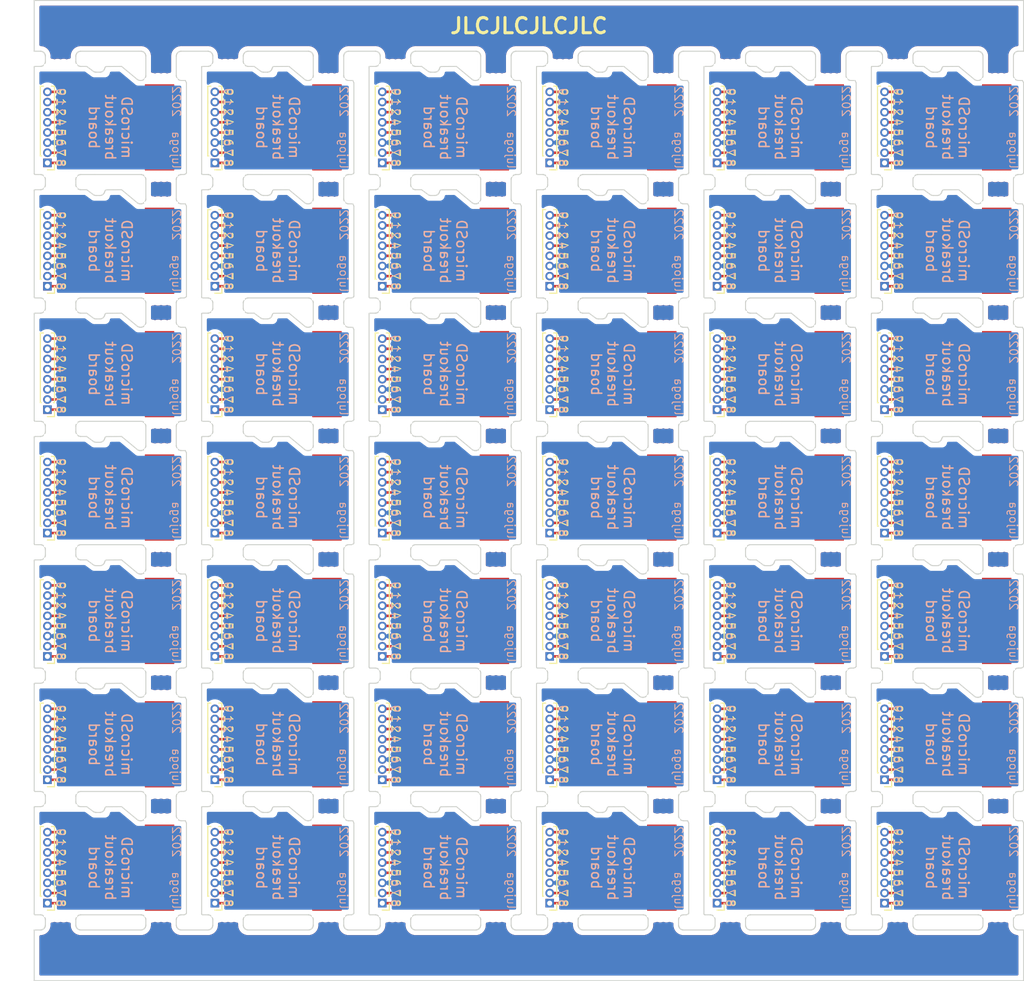
<source format=kicad_pcb>
(kicad_pcb (version 20211014) (generator pcbnew)

  (general
    (thickness 0.8)
  )

  (paper "A4")
  (layers
    (0 "F.Cu" signal)
    (31 "B.Cu" signal)
    (36 "B.SilkS" user "B.Silkscreen")
    (37 "F.SilkS" user "F.Silkscreen")
    (38 "B.Mask" user)
    (39 "F.Mask" user)
    (40 "Dwgs.User" user "User.Drawings")
    (41 "Cmts.User" user "User.Comments")
    (42 "Eco1.User" user "User.Eco1")
    (43 "Eco2.User" user "User.Eco2")
    (44 "Edge.Cuts" user)
    (45 "Margin" user)
    (46 "B.CrtYd" user "B.Courtyard")
    (47 "F.CrtYd" user "F.Courtyard")
    (49 "F.Fab" user)
  )

  (setup
    (stackup
      (layer "F.SilkS" (type "Top Silk Screen") (color "White"))
      (layer "F.Mask" (type "Top Solder Mask") (color "Purple") (thickness 0.01))
      (layer "F.Cu" (type "copper") (thickness 0.035))
      (layer "dielectric 1" (type "core") (thickness 0.71) (material "FR4") (epsilon_r 4.5) (loss_tangent 0.02))
      (layer "B.Cu" (type "copper") (thickness 0.035))
      (layer "B.Mask" (type "Bottom Solder Mask") (color "Purple") (thickness 0.01))
      (layer "B.SilkS" (type "Bottom Silk Screen") (color "White"))
      (copper_finish "ENIG")
      (dielectric_constraints no)
    )
    (pad_to_mask_clearance 0)
    (pcbplotparams
      (layerselection 0x00010fc_ffffffff)
      (disableapertmacros false)
      (usegerberextensions false)
      (usegerberattributes true)
      (usegerberadvancedattributes true)
      (creategerberjobfile true)
      (svguseinch false)
      (svgprecision 6)
      (excludeedgelayer true)
      (plotframeref false)
      (viasonmask false)
      (mode 1)
      (useauxorigin false)
      (hpglpennumber 1)
      (hpglpenspeed 20)
      (hpglpendiameter 15.000000)
      (dxfpolygonmode true)
      (dxfimperialunits true)
      (dxfusepcbnewfont true)
      (psnegative false)
      (psa4output false)
      (plotreference true)
      (plotvalue true)
      (plotinvisibletext false)
      (sketchpadsonfab false)
      (subtractmaskfromsilk false)
      (outputformat 1)
      (mirror false)
      (drillshape 1)
      (scaleselection 1)
      (outputdirectory "")
    )
  )

  (net 0 "")
  (net 1 "Board_0-Net-(J1-Pad1)")
  (net 2 "Board_0-Net-(J1-Pad2)")
  (net 3 "Board_0-Net-(J1-Pad3)")
  (net 4 "Board_0-Net-(J1-Pad4)")
  (net 5 "Board_0-Net-(J1-Pad5)")
  (net 6 "Board_0-Net-(J1-Pad6)")
  (net 7 "Board_0-Net-(J1-Pad7)")
  (net 8 "Board_0-Net-(J1-Pad8)")
  (net 9 "Board_1-Net-(J1-Pad1)")
  (net 10 "Board_1-Net-(J1-Pad2)")
  (net 11 "Board_1-Net-(J1-Pad3)")
  (net 12 "Board_1-Net-(J1-Pad4)")
  (net 13 "Board_1-Net-(J1-Pad5)")
  (net 14 "Board_1-Net-(J1-Pad6)")
  (net 15 "Board_1-Net-(J1-Pad7)")
  (net 16 "Board_1-Net-(J1-Pad8)")
  (net 17 "Board_2-Net-(J1-Pad1)")
  (net 18 "Board_2-Net-(J1-Pad2)")
  (net 19 "Board_2-Net-(J1-Pad3)")
  (net 20 "Board_2-Net-(J1-Pad4)")
  (net 21 "Board_2-Net-(J1-Pad5)")
  (net 22 "Board_2-Net-(J1-Pad6)")
  (net 23 "Board_2-Net-(J1-Pad7)")
  (net 24 "Board_2-Net-(J1-Pad8)")
  (net 25 "Board_3-Net-(J1-Pad1)")
  (net 26 "Board_3-Net-(J1-Pad2)")
  (net 27 "Board_3-Net-(J1-Pad3)")
  (net 28 "Board_3-Net-(J1-Pad4)")
  (net 29 "Board_3-Net-(J1-Pad5)")
  (net 30 "Board_3-Net-(J1-Pad6)")
  (net 31 "Board_3-Net-(J1-Pad7)")
  (net 32 "Board_3-Net-(J1-Pad8)")
  (net 33 "Board_4-Net-(J1-Pad1)")
  (net 34 "Board_4-Net-(J1-Pad2)")
  (net 35 "Board_4-Net-(J1-Pad3)")
  (net 36 "Board_4-Net-(J1-Pad4)")
  (net 37 "Board_4-Net-(J1-Pad5)")
  (net 38 "Board_4-Net-(J1-Pad6)")
  (net 39 "Board_4-Net-(J1-Pad7)")
  (net 40 "Board_4-Net-(J1-Pad8)")
  (net 41 "Board_5-Net-(J1-Pad1)")
  (net 42 "Board_5-Net-(J1-Pad2)")
  (net 43 "Board_5-Net-(J1-Pad3)")
  (net 44 "Board_5-Net-(J1-Pad4)")
  (net 45 "Board_5-Net-(J1-Pad5)")
  (net 46 "Board_5-Net-(J1-Pad6)")
  (net 47 "Board_5-Net-(J1-Pad7)")
  (net 48 "Board_5-Net-(J1-Pad8)")
  (net 49 "Board_6-Net-(J1-Pad1)")
  (net 50 "Board_6-Net-(J1-Pad2)")
  (net 51 "Board_6-Net-(J1-Pad3)")
  (net 52 "Board_6-Net-(J1-Pad4)")
  (net 53 "Board_6-Net-(J1-Pad5)")
  (net 54 "Board_6-Net-(J1-Pad6)")
  (net 55 "Board_6-Net-(J1-Pad7)")
  (net 56 "Board_6-Net-(J1-Pad8)")
  (net 57 "Board_7-Net-(J1-Pad1)")
  (net 58 "Board_7-Net-(J1-Pad2)")
  (net 59 "Board_7-Net-(J1-Pad3)")
  (net 60 "Board_7-Net-(J1-Pad4)")
  (net 61 "Board_7-Net-(J1-Pad5)")
  (net 62 "Board_7-Net-(J1-Pad6)")
  (net 63 "Board_7-Net-(J1-Pad7)")
  (net 64 "Board_7-Net-(J1-Pad8)")
  (net 65 "Board_8-Net-(J1-Pad1)")
  (net 66 "Board_8-Net-(J1-Pad2)")
  (net 67 "Board_8-Net-(J1-Pad3)")
  (net 68 "Board_8-Net-(J1-Pad4)")
  (net 69 "Board_8-Net-(J1-Pad5)")
  (net 70 "Board_8-Net-(J1-Pad6)")
  (net 71 "Board_8-Net-(J1-Pad7)")
  (net 72 "Board_8-Net-(J1-Pad8)")
  (net 73 "Board_9-Net-(J1-Pad1)")
  (net 74 "Board_9-Net-(J1-Pad2)")
  (net 75 "Board_9-Net-(J1-Pad3)")
  (net 76 "Board_9-Net-(J1-Pad4)")
  (net 77 "Board_9-Net-(J1-Pad5)")
  (net 78 "Board_9-Net-(J1-Pad6)")
  (net 79 "Board_9-Net-(J1-Pad7)")
  (net 80 "Board_9-Net-(J1-Pad8)")
  (net 81 "Board_10-Net-(J1-Pad1)")
  (net 82 "Board_10-Net-(J1-Pad2)")
  (net 83 "Board_10-Net-(J1-Pad3)")
  (net 84 "Board_10-Net-(J1-Pad4)")
  (net 85 "Board_10-Net-(J1-Pad5)")
  (net 86 "Board_10-Net-(J1-Pad6)")
  (net 87 "Board_10-Net-(J1-Pad7)")
  (net 88 "Board_10-Net-(J1-Pad8)")
  (net 89 "Board_11-Net-(J1-Pad1)")
  (net 90 "Board_11-Net-(J1-Pad2)")
  (net 91 "Board_11-Net-(J1-Pad3)")
  (net 92 "Board_11-Net-(J1-Pad4)")
  (net 93 "Board_11-Net-(J1-Pad5)")
  (net 94 "Board_11-Net-(J1-Pad6)")
  (net 95 "Board_11-Net-(J1-Pad7)")
  (net 96 "Board_11-Net-(J1-Pad8)")
  (net 97 "Board_12-Net-(J1-Pad1)")
  (net 98 "Board_12-Net-(J1-Pad2)")
  (net 99 "Board_12-Net-(J1-Pad3)")
  (net 100 "Board_12-Net-(J1-Pad4)")
  (net 101 "Board_12-Net-(J1-Pad5)")
  (net 102 "Board_12-Net-(J1-Pad6)")
  (net 103 "Board_12-Net-(J1-Pad7)")
  (net 104 "Board_12-Net-(J1-Pad8)")
  (net 105 "Board_13-Net-(J1-Pad1)")
  (net 106 "Board_13-Net-(J1-Pad2)")
  (net 107 "Board_13-Net-(J1-Pad3)")
  (net 108 "Board_13-Net-(J1-Pad4)")
  (net 109 "Board_13-Net-(J1-Pad5)")
  (net 110 "Board_13-Net-(J1-Pad6)")
  (net 111 "Board_13-Net-(J1-Pad7)")
  (net 112 "Board_13-Net-(J1-Pad8)")
  (net 113 "Board_14-Net-(J1-Pad1)")
  (net 114 "Board_14-Net-(J1-Pad2)")
  (net 115 "Board_14-Net-(J1-Pad3)")
  (net 116 "Board_14-Net-(J1-Pad4)")
  (net 117 "Board_14-Net-(J1-Pad5)")
  (net 118 "Board_14-Net-(J1-Pad6)")
  (net 119 "Board_14-Net-(J1-Pad7)")
  (net 120 "Board_14-Net-(J1-Pad8)")
  (net 121 "Board_15-Net-(J1-Pad1)")
  (net 122 "Board_15-Net-(J1-Pad2)")
  (net 123 "Board_15-Net-(J1-Pad3)")
  (net 124 "Board_15-Net-(J1-Pad4)")
  (net 125 "Board_15-Net-(J1-Pad5)")
  (net 126 "Board_15-Net-(J1-Pad6)")
  (net 127 "Board_15-Net-(J1-Pad7)")
  (net 128 "Board_15-Net-(J1-Pad8)")
  (net 129 "Board_16-Net-(J1-Pad1)")
  (net 130 "Board_16-Net-(J1-Pad2)")
  (net 131 "Board_16-Net-(J1-Pad3)")
  (net 132 "Board_16-Net-(J1-Pad4)")
  (net 133 "Board_16-Net-(J1-Pad5)")
  (net 134 "Board_16-Net-(J1-Pad6)")
  (net 135 "Board_16-Net-(J1-Pad7)")
  (net 136 "Board_16-Net-(J1-Pad8)")
  (net 137 "Board_17-Net-(J1-Pad1)")
  (net 138 "Board_17-Net-(J1-Pad2)")
  (net 139 "Board_17-Net-(J1-Pad3)")
  (net 140 "Board_17-Net-(J1-Pad4)")
  (net 141 "Board_17-Net-(J1-Pad5)")
  (net 142 "Board_17-Net-(J1-Pad6)")
  (net 143 "Board_17-Net-(J1-Pad7)")
  (net 144 "Board_17-Net-(J1-Pad8)")
  (net 145 "Board_18-Net-(J1-Pad1)")
  (net 146 "Board_18-Net-(J1-Pad2)")
  (net 147 "Board_18-Net-(J1-Pad3)")
  (net 148 "Board_18-Net-(J1-Pad4)")
  (net 149 "Board_18-Net-(J1-Pad5)")
  (net 150 "Board_18-Net-(J1-Pad6)")
  (net 151 "Board_18-Net-(J1-Pad7)")
  (net 152 "Board_18-Net-(J1-Pad8)")
  (net 153 "Board_19-Net-(J1-Pad1)")
  (net 154 "Board_19-Net-(J1-Pad2)")
  (net 155 "Board_19-Net-(J1-Pad3)")
  (net 156 "Board_19-Net-(J1-Pad4)")
  (net 157 "Board_19-Net-(J1-Pad5)")
  (net 158 "Board_19-Net-(J1-Pad6)")
  (net 159 "Board_19-Net-(J1-Pad7)")
  (net 160 "Board_19-Net-(J1-Pad8)")
  (net 161 "Board_20-Net-(J1-Pad1)")
  (net 162 "Board_20-Net-(J1-Pad2)")
  (net 163 "Board_20-Net-(J1-Pad3)")
  (net 164 "Board_20-Net-(J1-Pad4)")
  (net 165 "Board_20-Net-(J1-Pad5)")
  (net 166 "Board_20-Net-(J1-Pad6)")
  (net 167 "Board_20-Net-(J1-Pad7)")
  (net 168 "Board_20-Net-(J1-Pad8)")
  (net 169 "Board_21-Net-(J1-Pad1)")
  (net 170 "Board_21-Net-(J1-Pad2)")
  (net 171 "Board_21-Net-(J1-Pad3)")
  (net 172 "Board_21-Net-(J1-Pad4)")
  (net 173 "Board_21-Net-(J1-Pad5)")
  (net 174 "Board_21-Net-(J1-Pad6)")
  (net 175 "Board_21-Net-(J1-Pad7)")
  (net 176 "Board_21-Net-(J1-Pad8)")
  (net 177 "Board_22-Net-(J1-Pad1)")
  (net 178 "Board_22-Net-(J1-Pad2)")
  (net 179 "Board_22-Net-(J1-Pad3)")
  (net 180 "Board_22-Net-(J1-Pad4)")
  (net 181 "Board_22-Net-(J1-Pad5)")
  (net 182 "Board_22-Net-(J1-Pad6)")
  (net 183 "Board_22-Net-(J1-Pad7)")
  (net 184 "Board_22-Net-(J1-Pad8)")
  (net 185 "Board_23-Net-(J1-Pad1)")
  (net 186 "Board_23-Net-(J1-Pad2)")
  (net 187 "Board_23-Net-(J1-Pad3)")
  (net 188 "Board_23-Net-(J1-Pad4)")
  (net 189 "Board_23-Net-(J1-Pad5)")
  (net 190 "Board_23-Net-(J1-Pad6)")
  (net 191 "Board_23-Net-(J1-Pad7)")
  (net 192 "Board_23-Net-(J1-Pad8)")
  (net 193 "Board_24-Net-(J1-Pad1)")
  (net 194 "Board_24-Net-(J1-Pad2)")
  (net 195 "Board_24-Net-(J1-Pad3)")
  (net 196 "Board_24-Net-(J1-Pad4)")
  (net 197 "Board_24-Net-(J1-Pad5)")
  (net 198 "Board_24-Net-(J1-Pad6)")
  (net 199 "Board_24-Net-(J1-Pad7)")
  (net 200 "Board_24-Net-(J1-Pad8)")
  (net 201 "Board_25-Net-(J1-Pad1)")
  (net 202 "Board_25-Net-(J1-Pad2)")
  (net 203 "Board_25-Net-(J1-Pad3)")
  (net 204 "Board_25-Net-(J1-Pad4)")
  (net 205 "Board_25-Net-(J1-Pad5)")
  (net 206 "Board_25-Net-(J1-Pad6)")
  (net 207 "Board_25-Net-(J1-Pad7)")
  (net 208 "Board_25-Net-(J1-Pad8)")
  (net 209 "Board_26-Net-(J1-Pad1)")
  (net 210 "Board_26-Net-(J1-Pad2)")
  (net 211 "Board_26-Net-(J1-Pad3)")
  (net 212 "Board_26-Net-(J1-Pad4)")
  (net 213 "Board_26-Net-(J1-Pad5)")
  (net 214 "Board_26-Net-(J1-Pad6)")
  (net 215 "Board_26-Net-(J1-Pad7)")
  (net 216 "Board_26-Net-(J1-Pad8)")
  (net 217 "Board_27-Net-(J1-Pad1)")
  (net 218 "Board_27-Net-(J1-Pad2)")
  (net 219 "Board_27-Net-(J1-Pad3)")
  (net 220 "Board_27-Net-(J1-Pad4)")
  (net 221 "Board_27-Net-(J1-Pad5)")
  (net 222 "Board_27-Net-(J1-Pad6)")
  (net 223 "Board_27-Net-(J1-Pad7)")
  (net 224 "Board_27-Net-(J1-Pad8)")
  (net 225 "Board_28-Net-(J1-Pad1)")
  (net 226 "Board_28-Net-(J1-Pad2)")
  (net 227 "Board_28-Net-(J1-Pad3)")
  (net 228 "Board_28-Net-(J1-Pad4)")
  (net 229 "Board_28-Net-(J1-Pad5)")
  (net 230 "Board_28-Net-(J1-Pad6)")
  (net 231 "Board_28-Net-(J1-Pad7)")
  (net 232 "Board_28-Net-(J1-Pad8)")
  (net 233 "Board_29-Net-(J1-Pad1)")
  (net 234 "Board_29-Net-(J1-Pad2)")
  (net 235 "Board_29-Net-(J1-Pad3)")
  (net 236 "Board_29-Net-(J1-Pad4)")
  (net 237 "Board_29-Net-(J1-Pad5)")
  (net 238 "Board_29-Net-(J1-Pad6)")
  (net 239 "Board_29-Net-(J1-Pad7)")
  (net 240 "Board_29-Net-(J1-Pad8)")
  (net 241 "Board_30-Net-(J1-Pad1)")
  (net 242 "Board_30-Net-(J1-Pad2)")
  (net 243 "Board_30-Net-(J1-Pad3)")
  (net 244 "Board_30-Net-(J1-Pad4)")
  (net 245 "Board_30-Net-(J1-Pad5)")
  (net 246 "Board_30-Net-(J1-Pad6)")
  (net 247 "Board_30-Net-(J1-Pad7)")
  (net 248 "Board_30-Net-(J1-Pad8)")
  (net 249 "Board_31-Net-(J1-Pad1)")
  (net 250 "Board_31-Net-(J1-Pad2)")
  (net 251 "Board_31-Net-(J1-Pad3)")
  (net 252 "Board_31-Net-(J1-Pad4)")
  (net 253 "Board_31-Net-(J1-Pad5)")
  (net 254 "Board_31-Net-(J1-Pad6)")
  (net 255 "Board_31-Net-(J1-Pad7)")
  (net 256 "Board_31-Net-(J1-Pad8)")
  (net 257 "Board_32-Net-(J1-Pad1)")
  (net 258 "Board_32-Net-(J1-Pad2)")
  (net 259 "Board_32-Net-(J1-Pad3)")
  (net 260 "Board_32-Net-(J1-Pad4)")
  (net 261 "Board_32-Net-(J1-Pad5)")
  (net 262 "Board_32-Net-(J1-Pad6)")
  (net 263 "Board_32-Net-(J1-Pad7)")
  (net 264 "Board_32-Net-(J1-Pad8)")
  (net 265 "Board_33-Net-(J1-Pad1)")
  (net 266 "Board_33-Net-(J1-Pad2)")
  (net 267 "Board_33-Net-(J1-Pad3)")
  (net 268 "Board_33-Net-(J1-Pad4)")
  (net 269 "Board_33-Net-(J1-Pad5)")
  (net 270 "Board_33-Net-(J1-Pad6)")
  (net 271 "Board_33-Net-(J1-Pad7)")
  (net 272 "Board_33-Net-(J1-Pad8)")
  (net 273 "Board_34-Net-(J1-Pad1)")
  (net 274 "Board_34-Net-(J1-Pad2)")
  (net 275 "Board_34-Net-(J1-Pad3)")
  (net 276 "Board_34-Net-(J1-Pad4)")
  (net 277 "Board_34-Net-(J1-Pad5)")
  (net 278 "Board_34-Net-(J1-Pad6)")
  (net 279 "Board_34-Net-(J1-Pad7)")
  (net 280 "Board_34-Net-(J1-Pad8)")
  (net 281 "Board_35-Net-(J1-Pad1)")
  (net 282 "Board_35-Net-(J1-Pad2)")
  (net 283 "Board_35-Net-(J1-Pad3)")
  (net 284 "Board_35-Net-(J1-Pad4)")
  (net 285 "Board_35-Net-(J1-Pad5)")
  (net 286 "Board_35-Net-(J1-Pad6)")
  (net 287 "Board_35-Net-(J1-Pad7)")
  (net 288 "Board_35-Net-(J1-Pad8)")
  (net 289 "Board_36-Net-(J1-Pad1)")
  (net 290 "Board_36-Net-(J1-Pad2)")
  (net 291 "Board_36-Net-(J1-Pad3)")
  (net 292 "Board_36-Net-(J1-Pad4)")
  (net 293 "Board_36-Net-(J1-Pad5)")
  (net 294 "Board_36-Net-(J1-Pad6)")
  (net 295 "Board_36-Net-(J1-Pad7)")
  (net 296 "Board_36-Net-(J1-Pad8)")
  (net 297 "Board_37-Net-(J1-Pad1)")
  (net 298 "Board_37-Net-(J1-Pad2)")
  (net 299 "Board_37-Net-(J1-Pad3)")
  (net 300 "Board_37-Net-(J1-Pad4)")
  (net 301 "Board_37-Net-(J1-Pad5)")
  (net 302 "Board_37-Net-(J1-Pad6)")
  (net 303 "Board_37-Net-(J1-Pad7)")
  (net 304 "Board_37-Net-(J1-Pad8)")
  (net 305 "Board_38-Net-(J1-Pad1)")
  (net 306 "Board_38-Net-(J1-Pad2)")
  (net 307 "Board_38-Net-(J1-Pad3)")
  (net 308 "Board_38-Net-(J1-Pad4)")
  (net 309 "Board_38-Net-(J1-Pad5)")
  (net 310 "Board_38-Net-(J1-Pad6)")
  (net 311 "Board_38-Net-(J1-Pad7)")
  (net 312 "Board_38-Net-(J1-Pad8)")
  (net 313 "Board_39-Net-(J1-Pad1)")
  (net 314 "Board_39-Net-(J1-Pad2)")
  (net 315 "Board_39-Net-(J1-Pad3)")
  (net 316 "Board_39-Net-(J1-Pad4)")
  (net 317 "Board_39-Net-(J1-Pad5)")
  (net 318 "Board_39-Net-(J1-Pad6)")
  (net 319 "Board_39-Net-(J1-Pad7)")
  (net 320 "Board_39-Net-(J1-Pad8)")
  (net 321 "Board_40-Net-(J1-Pad1)")
  (net 322 "Board_40-Net-(J1-Pad2)")
  (net 323 "Board_40-Net-(J1-Pad3)")
  (net 324 "Board_40-Net-(J1-Pad4)")
  (net 325 "Board_40-Net-(J1-Pad5)")
  (net 326 "Board_40-Net-(J1-Pad6)")
  (net 327 "Board_40-Net-(J1-Pad7)")
  (net 328 "Board_40-Net-(J1-Pad8)")
  (net 329 "Board_41-Net-(J1-Pad1)")
  (net 330 "Board_41-Net-(J1-Pad2)")
  (net 331 "Board_41-Net-(J1-Pad3)")
  (net 332 "Board_41-Net-(J1-Pad4)")
  (net 333 "Board_41-Net-(J1-Pad5)")
  (net 334 "Board_41-Net-(J1-Pad6)")
  (net 335 "Board_41-Net-(J1-Pad7)")
  (net 336 "Board_41-Net-(J1-Pad8)")

  (footprint "NPTH" (layer "F.Cu") (at 111.400091 116.259))

  (footprint "NPTH" (layer "F.Cu") (at 79.000039 91.929))

  (footprint "NPTH" (layer "F.Cu") (at 103.000065 104.089))

  (footprint "NPTH" (layer "F.Cu") (at 119.500091 104.089))

  (footprint "NPTH" (layer "F.Cu") (at 93.100065 105.391))

  (footprint "NPTH" (layer "F.Cu") (at 126.100117 104.089))

  (footprint "NPTH" (layer "F.Cu") (at 139.000117 104.089))

  (footprint "NPTH" (layer "F.Cu") (at 77.800039 93.231))

  (footprint "NPTH" (layer "F.Cu") (at 122.500091 94.621))

  (footprint "NPTH" (layer "F.Cu") (at 55.899987 79.759))

  (footprint "Connector_PinHeader_1.00mm:PinHeader_1x08_P1.00mm_Vertical" (layer "F.Cu") (at 126.300117 66.34783 180))

  (footprint "NPTH" (layer "F.Cu") (at 122.500091 118.951))

  (footprint "NPTH" (layer "F.Cu") (at 60.700013 67.599))

  (footprint "NPTH" (layer "F.Cu") (at 86.500039 45.961))

  (footprint "NPTH" (layer "F.Cu") (at 45.399987 117.561))

  (footprint "NPTH" (layer "F.Cu") (at 53.499987 45.961))

  (footprint "NPTH" (layer "F.Cu") (at 60.700013 44.571))

  (footprint "NPTH" (layer "F.Cu") (at 54.699987 55.429))

  (footprint "NPTH" (layer "F.Cu") (at 136.600117 82.451))

  (footprint "NPTH" (layer "F.Cu") (at 104.800065 104.089))

  (footprint "NPTH" (layer "F.Cu") (at 106.000065 45.961))

  (footprint "NPTH" (layer "F.Cu") (at 43.599987 105.391))

  (footprint "NPTH" (layer "F.Cu") (at 126.700117 55.429))

  (footprint "NPTH" (layer "F.Cu") (at 109.600091 56.731))

  (footprint "NPTH" (layer "F.Cu") (at 53.499987 67.599))

  (footprint "NPTH" (layer "F.Cu") (at 45.999987 91.929))

  (footprint "NPTH" (layer "F.Cu") (at 139.000117 67.599))

  (footprint "NPTH" (layer "F.Cu") (at 121.900091 79.759))

  (footprint "NPTH" (layer "F.Cu") (at 127.300117 79.759))

  (footprint "NPTH" (layer "F.Cu") (at 137.800117 116.259))

  (footprint "Connector_PinHeader_1.00mm:PinHeader_1x08_P1.00mm_Vertical" (layer "F.Cu") (at 43.799987 78.513062 180))

  (footprint "NPTH" (layer "F.Cu") (at 62.500013 44.571))

  (footprint "NPTH" (layer "F.Cu") (at 121.900091 106.781))

  (footprint "NPTH" (layer "F.Cu") (at 137.200117 91.929))

  (footprint "NPTH" (layer "F.Cu") (at 86.500039 67.599))

  (footprint "NPTH" (layer "F.Cu") (at 44.799987 55.429))

  (footprint "NPTH" (layer "F.Cu") (at 46.599987 128.419))

  (footprint "NPTH" (layer "F.Cu") (at 139.000117 118.951))

  (footprint "NPTH" (layer "F.Cu") (at 86.500039 55.429))

  (footprint "NPTH" (layer "F.Cu") (at 89.500039 70.291))

  (footprint "NPTH" (layer "F.Cu") (at 104.800065 58.121))

  (footprint "NPTH" (layer "F.Cu") (at 127.900117 117.561))

  (footprint "NPTH" (layer "F.Cu") (at 94.300065 105.391))

  (footprint "Connector_PinHeader_1.00mm:PinHeader_1x08_P1.00mm_Vertical" (layer "F.Cu") (at 109.800091 54.182598 180))

  (footprint "NPTH" (layer "F.Cu") (at 137.200117 45.961))

  (footprint "NPTH" (layer "F.Cu") (at 62.500013 67.599))

  (footprint "NPTH" (layer "F.Cu") (at 104.800065 94.621))

  (footprint "NPTH" (layer "F.Cu") (at 56.499987 91.929))

  (footprint "NPTH" (layer "F.Cu") (at 104.200065 116.259))

  (footprint "NPTH" (layer "F.Cu") (at 63.100013 105.391))

  (footprint "NPTH" (layer "F.Cu") (at 121.300091 104.089))

  (footprint "NPTH" (layer "F.Cu") (at 95.500065 116.259))

  (footprint "NPTH" (layer "F.Cu") (at 136.600117 94.621))

  (footprint "NPTH" (layer "F.Cu") (at 120.100091 58.121))

  (footprint "NPTH" (layer "F.Cu") (at 86.500039 70.291))

  (footprint "NPTH" (layer "F.Cu") (at 121.300091 116.259))

  (footprint "Connector_PinHeader_1.00mm:PinHeader_1x08_P1.00mm_Vertical" (layer "F.Cu") (at 109.800091 127.17399 180))

  (footprint "NPTH" (layer "F.Cu") (at 94.900065 105.391))

  (footprint "microsd-breakout:microSD" (layer "F.Cu") (at 42.499987 103.993526))

  (footprint "NPTH" (layer "F.Cu") (at 122.500091 106.781))

  (footprint "NPTH" (layer "F.Cu") (at 129.100117 55.429))

  (footprint "NPTH" (layer "F.Cu") (at 89.500039 79.759))

  (footprint "NPTH" (layer "F.Cu") (at 61.300013 104.089))

  (footprint "NPTH" (layer "F.Cu") (at 73.000013 55.429))

  (footprint "NPTH" (layer "F.Cu") (at 93.100065 128.419))

  (footprint "NPTH" (layer "F.Cu") (at 94.900065 67.599))

  (footprint "NPTH" (layer "F.Cu") (at 111.400091 68.901))

  (footprint "NPTH" (layer "F.Cu") (at 86.500039 118.951))

  (footprint "NPTH" (layer "F.Cu") (at 136.000117 67.599))

  (footprint "NPTH" (layer "F.Cu") (at 77.800039 117.561))

  (footprint "NPTH" (layer "F.Cu") (at 54.699987 70.291))

  (footprint "NPTH" (layer "F.Cu") (at 70.600013 55.429))

  (footprint "NPTH" (layer "F.Cu") (at 104.800065 45.961))

  (footprint "NPTH" (layer "F.Cu") (at 126.100117 91.929))

  (footprint "NPTH" (layer "F.Cu") (at 111.400091 56.731))

  (footprint "NPTH" (layer "F.Cu") (at 93.100065 81.061))

  (footprint "NPTH" (layer "F.Cu") (at 136.000117 55.429))

  (footprint "NPTH" (layer "F.Cu") (at 60.700013 68.901))

  (footprint "NPTH" (layer "F.Cu") (at 77.800039 56.731))

  (footprint "NPTH" (layer "F.Cu") (at 95.500065 67.599))

  (footprint "NPTH" (layer "F.Cu") (at 54.699987 45.961))

  (footprint "NPTH" (layer "F.Cu") (at 105.400065 79.759))

  (footprint "NPTH" (layer "F.Cu") (at 44.799987 68.901))

  (footprint "NPTH" (layer "F.Cu") (at 55.899987 106.781))

  (footprint "NPTH" (layer "F.Cu") (at 112.600091 68.901))

  (footprint "NPTH" (layer "F.Cu") (at 56.499987 118.951))

  (footprint "NPTH" (layer "F.Cu") (at 61.300013 44.571))

  (footprint "NPTH" (layer "F.Cu") (at 77.800039 128.419))

  (footprint "NPTH" (layer "F.Cu") (at 53.499987 70.291))

  (footprint "NPTH" (layer "F.Cu") (at 111.400091 67.599))

  (footprint "NPTH" (layer "F.Cu") (at 109.600091 79.759))

  (footprint "NPTH" (layer "F.Cu") (at 56.499987 79.759))

  (footprint "NPTH" (layer "F.Cu") (at 139.000117 58.121))

  (footprint "NPTH" (layer "F.Cu") (at 73.000013 82.451))

  (footprint "NPTH" (layer "F.Cu") (at 78.400039 81.061))

  (footprint "NPTH" (layer "F.Cu") (at 79.000039 116.259))

  (footprint "NPTH" (layer "F.Cu") (at 70.600013 91.929))

  (footprint "NPTH" (layer "F.Cu") (at 137.800117 82.451))

  (footprint "NPTH" (layer "F.Cu") (at 112.000091 104.089))

  (footprint "NPTH" (layer "F.Cu") (at 76.600039 116.259))

  (footprint "NPTH" (layer "F.Cu") (at 129.100117 116.259))

  (footprint "NPTH" (layer "F.Cu") (at 77.200039 105.391))

  (footprint "microsd-breakout:microSD" (layer "F.Cu") (at 125.000117 55.332598))

  (footprint "NPTH" (layer "F.Cu") (at 73.000013 45.961))

  (footprint "NPTH" (layer "F.Cu") (at 86.500039 58.121))

  (footprint "NPTH" (layer "F.Cu") (at 60.100013 91.929))

  (footprint "NPTH" (layer "F.Cu") (at 137.200117 82.451))

  (footprint "NPTH" (layer "F.Cu") (at 60.100013 93.231))

  (footprint "NPTH" (layer "F.Cu") (at 63.100013 91.929))

  (footprint "NPTH" (layer "F.Cu") (at 103.000065 118.951))

  (footprint "NPTH" (layer "F.Cu") (at 121.900091 118.951))

  (footprint "microsd-breakout:microSD" (layer "F.Cu") (at 125.000117 116.158758))

  (footprint "microsd-breakout:microSD" (layer "F.Cu") (at 108.500091 103.993526))

  (footprint "NPTH" (layer "F.Cu") (at 76.600039 91.929))

  (footprint "NPTH" (layer "F.Cu") (at 96.100065 68.901))

  (footprint "NPTH" (layer "F.Cu") (at 72.400013 70.291))

  (footprint "NPTH" (layer "F.Cu") (at 73.000013 118.951))

  (footprint "NPTH" (layer "F.Cu") (at 72.400013 128.419))

  (footprint "NPTH" (layer "F.Cu") (at 71.200013 82.451))

  (footprint "NPTH" (layer "F.Cu") (at 105.400065 118.951))

  (footprint "NPTH" (layer "F.Cu") (at 87.100039 91.929))

  (footprint "NPTH" (layer "F.Cu") (at 88.300039 82.451))

  (footprint "NPTH" (layer "F.Cu") (at 93.100065 93.231))

  (footprint "NPTH" (layer "F.Cu") (at 87.700039 82.451))

  (footprint "NPTH" (layer "F.Cu") (at 109.600091 91.929))

  (footprint "NPTH" (layer "F.Cu") (at 120.700091 82.451))

  (footprint "NPTH" (layer "F.Cu") (at 79.600039 104.089))

  (footprint "NPTH" (layer "F.Cu") (at 79.600039 105.391))

  (footprint "NPTH" (layer "F.Cu") (at 139.000117 82.451))

  (footprint "NPTH" (layer "F.Cu") (at 111.400091 91.929))

  (footprint "NPTH" (layer "F.Cu") (at 71.200013 104.089))

  (footprint "NPTH" (layer "F.Cu") (at 121.900091 116.259))

  (footprint "NPTH" (layer "F.Cu") (at 72.400013 106.781))

  (footprint "NPTH" (layer "F.Cu") (at 88.900039 45.961))

  (footprint "NPTH" (layer "F.Cu") (at 71.200013 45.961))

  (footprint "NPTH" (layer "F.Cu") (at 111.400091 128.419))

  (footprint "NPTH" (layer "F.Cu") (at 104.200065 82.451))

  (footprint "NPTH" (layer "F.Cu") (at 120.700091 104.089))

  (footprint "NPTH" (layer "F.Cu") (at 44.199987 116.259))

  (footprint "NPTH" (layer "F.Cu") (at 55.299987 45.961))

  (footprint "NPTH" (layer "F.Cu") (at 61.900013 81.061))

  (footprint "NPTH" (layer "F.Cu") (at 103.000065 45.961))

  (footprint "NPTH" (layer "F.Cu") (at 86.500039 91.929))

  (footprint "NPTH" (layer "F.Cu") (at 129.100117 91.929))

  (footprint "NPTH" (layer "F.Cu") (at 71.800013 128.419))

  (footprint "NPTH" (layer "F.Cu") (at 72.400013 79.759))

  (footprint "NPTH" (layer "F.Cu") (at 111.400091 55.429))

  (footprint "NPTH" (layer "F.Cu") (at 103.600065 104.089))

  (footprint "NPTH" (layer "F.Cu") (at 105.400065 91.929))

  (footprint "NPTH" (layer "F.Cu") (at 128.500117 67.599))

  (footprint "microsd-breakout:microSD" (layer "F.Cu") (at 59.000013 91.828294))

  (footprint "NPTH" (layer "F.Cu") (at 46.599987 117.561))

  (footprint "NPTH" (layer "F.Cu") (at 45.399987 104.089))

  (footprint "NPTH" (layer "F.Cu") (at 44.799987 91.929))

  (footprint "NPTH" (layer "F.Cu") (at 55.899987 104.089))

  (footprint "NPTH" (layer "F.Cu") (at 93.100065 44.571))

  (footprint "NPTH" (layer "F.Cu") (at 88.900039 55.429))

  (footprint "NPTH" (layer "F.Cu") (at 126.100117 44.571))

  (footprint "NPTH" (layer "F.Cu") (at 60.700013 91.929))

  (footprint "NPTH" (layer "F.Cu") (at 76.600039 104.089))

  (footprint "NPTH" (layer "F.Cu") (at 45.399987 79.759))

  (footprint "NPTH" (layer "F.Cu") (at 110.800091 91.929))

  (footprint "NPTH" (layer "F.Cu") (at 54.099987 67.599))

  (footprint "NPTH" (layer "F.Cu") (at 71.800013 55.429))

  (footprint "NPTH" (layer "F.Cu") (at 94.900065 56.731))

  (footprint "NPTH" (layer "F.Cu") (at 129.100117 81.061))

  (footprint "NPTH" (layer "F.Cu") (at 105.400065 94.621))

  (footprint "NPTH" (layer "F.Cu") (at 77.200039 116.259))

  (footprint "NPTH" (layer "F.Cu") (at 103.000065 67.599))

  (footprint "NPTH" (layer "F.Cu") (at 127.900117 105.391))

  (footprint "NPTH" (layer "F.Cu") (at 45.999987 128.419))

  (footprint "NPTH" (layer "F.Cu") (at 56.499987 58.121))

  (footprint "NPTH" (layer "F.Cu") (at 55.299987 106.781))

  (footprint "NPTH" (layer "F.Cu") (at 96.100065 67.599))

  (footprint "NPTH" (layer "F.Cu") (at 77.800039 79.759))

  (footprint "NPTH" (layer "F.Cu") (at 96.100065 105.391))

  (footprint "Connector_PinHeader_1.00mm:PinHeader_1x08_P1.00mm_Vertical" (layer "F.Cu") (at 60.300013 54.182598 180))

  (footprint "NPTH" (layer "F.Cu") (at 111.400091 44.571))

  (footprint "NPTH" (layer "F.Cu") (at 71.200013 58.121))

  (footprint "NPTH" (layer "F.Cu") (at 55.299987 104.089))

  (footprint "NPTH" (layer "F.Cu") (at 106.000065 70.291))

  (footprint "NPTH" (layer "F.Cu") (at 95.500065 91.929))

  (footprint "NPTH" (layer "F.Cu") (at 138.400117 55.429))

  (footprint "NPTH" (layer "F.Cu") (at 119.500091 58.121))

  (footprint "NPTH" (layer "F.Cu") (at 61.300013 93.231))

  (footprint "NPTH" (layer "F.Cu") (at 111.400091 93.231))

  (footprint "NPTH" (layer "F.Cu") (at 110.200091 128.419))

  (footprint "NPTH" (layer "F.Cu") (at 96.100065 81.061))

  (footprint "NPTH" (layer "F.Cu") (at 136.000117 128.419))

  (footprint "NPTH" (layer "F.Cu") (at 128.500117 93.231))

  (footprint "NPTH" (layer "F.Cu") (at 61.300013 81.061))

  (footprint "NPTH" (layer "F.Cu") (at 70.000013 58.121))

  (footprint "NPTH" (layer "F.Cu") (at 127.900117 56.731))

  (footprint "NPTH" (layer "F.Cu") (at 55.299987 79.759))

  (footprint "NPTH" (layer "F.Cu") (at 44.799987 104.089))

  (footprint "NPTH" (layer "F.Cu") (at 137.800117 118.951))

  (footprint "NPTH" (layer "F.Cu") (at 77.200039 104.089))

  (footprint "NPTH" (layer "F.Cu") (at 104.800065 116.259))

  (footprint "NPTH" (layer "F.Cu") (at 126.700117 68.901))

  (footprint "NPTH" (layer "F.Cu") (at 79.000039 104.089))

  (footprint "NPTH" (layer "F.Cu") (at 96.100065 93.231))

  (footprint "NPTH" (layer "F.Cu") (at 77.800039 91.929))

  (footprint "NPTH" (layer "F.Cu") (at 78.400039 117.561))

  (footprint "NPTH" (layer "F.Cu") (at 136.000117 106.781))

  (footprint "NPTH" (layer "F.Cu") (at 61.900013 104.089))

  (footprint "NPTH" (layer "F.Cu") (at 55.299987 55.429))

  (footprint "NPTH" (layer "F.Cu") (at 139.000117 70.291))

  (footprint "NPTH" (layer "F.Cu") (at 93.100065 79.759))

  (footprint "NPTH" (layer "F.Cu") (at 71.800013 70.291))

  (footprint "NPTH" (layer "F.Cu") (at 111.400091 117.561))

  (footprint "NPTH" (layer "F.Cu") (at 88.300039 118.951))

  (footprint "NPTH" (layer "F.Cu") (at 106.000065 91.929))

  (footprint "NPTH" (layer "F.Cu") (at 63.100013 128.419))

  (footprint "NPTH" (layer "F.Cu") (at 104.200065 67.599))

  (footprint "NPTH" (layer "F.Cu") (at 77.200039 91.929))

  (footprint "NPTH" (layer "F.Cu") (at 79.000039 117.561))

  (footprint "NPTH" (layer "F.Cu") (at 45.999987 117.561))

  (footprint "NPTH" (layer "F.Cu") (at 127.300117 104.089))

  (footprint "NPTH" (layer "F.Cu") (at 112.000091 55.429))

  (footprint "NPTH" (layer "F.Cu") (at 53.499987 79.759))

  (footprint "NPTH" (layer "F.Cu") (at 89.500039 55.429))

  (footprint "NPTH" (layer "F.Cu") (at 73.000013 70.291))

  (footprint "NPTH" (layer "F.Cu") (at 122.500091 128.419))

  (footprint "NPTH" (layer "F.Cu") (at 127.300117 116.259))

  (footprint "NPTH" (layer "F.Cu") (at 110.200091 81.061))

  (footprint "NPTH" (layer "F.Cu") (at 137.800117 70.291))

  (footprint "NPTH" (layer "F.Cu") (at 119.500091 79.759))

  (footprint "NPTH" (layer "F.Cu") (at 103.600065 55.429))

  (footprint "NPTH" (layer "F.Cu") (at 71.200013 55.429))

  (footprint "NPTH" (layer "F.Cu") (at 53.499987 116.259))

  (footprint "NPTH" (layer "F.Cu") (at 129.100117 44.571))

  (footprint "NPTH" (layer "F.Cu") (at 54.099987 94.621))

  (footprint "NPTH" (layer "F.Cu") (at 106.000065 67.599))

  (footprint "NPTH" (layer "F.Cu") (at 70.000013 91.929))

  (footprint "NPTH" (layer "F.Cu") (at 43.599987 116.259))

  (footprint "NPTH" (layer "F.Cu") (at 121.300091 94.621))

  (footprint "NPTH" (layer "F.Cu") (at 46.599987 81.061))

  (footprint "NPTH" (layer "F.Cu") (at 96.100065 91.929))

  (footprint "NPTH" (layer "F.Cu") (at 46.599987 93.231))

  (footprint "NPTH" (layer "F.Cu")
    (tedit 618E7E16) (tstamp 31c187d4-87ad-4d60-bd8f-98cf0ce183f8)
    (at 77.800039 44.571)
    (attr through_hole)
    (fp_text reference "REF**" (at 0 0.5) (layer "F.SilkS") hide
      (effects (font (size 1 1) (thickness 0.15)))
      (tstamp fe7a54f0-16c5-4831-a0a4-9812c5c0c12d)
    )
    (fp_text value "NPTH" (at 0 -0.5) (layer "F.Fab") hide
      (effects (font (size 1 1) (thickness 0.15)))
      (tstamp 12
... [4289836 chars truncated]
</source>
